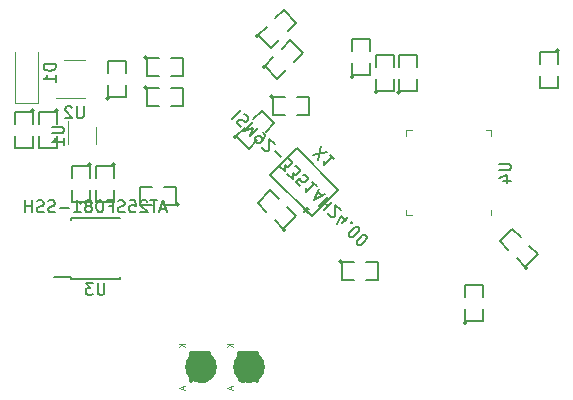
<source format=gbr>
%TF.GenerationSoftware,KiCad,Pcbnew,6.0.10+dfsg-1~bpo11+1*%
%TF.CreationDate,2023-02-19T21:59:10+00:00*%
%TF.ProjectId,PROGLOG01,50524f47-4c4f-4473-9031-2e6b69636164,REV*%
%TF.SameCoordinates,Original*%
%TF.FileFunction,Legend,Bot*%
%TF.FilePolarity,Positive*%
%FSLAX46Y46*%
G04 Gerber Fmt 4.6, Leading zero omitted, Abs format (unit mm)*
G04 Created by KiCad (PCBNEW 6.0.10+dfsg-1~bpo11+1) date 2023-02-19 21:59:10*
%MOMM*%
%LPD*%
G01*
G04 APERTURE LIST*
%ADD10C,0.150000*%
%ADD11C,0.304800*%
%ADD12C,0.099060*%
%ADD13C,0.120000*%
%ADD14C,2.700000*%
G04 APERTURE END LIST*
D10*
%TO.C,U4*%
X205364180Y-120992995D02*
X206173704Y-120992995D01*
X206268942Y-121040614D01*
X206316561Y-121088233D01*
X206364180Y-121183471D01*
X206364180Y-121373947D01*
X206316561Y-121469185D01*
X206268942Y-121516804D01*
X206173704Y-121564423D01*
X205364180Y-121564423D01*
X205697514Y-122469185D02*
X206364180Y-122469185D01*
X205316561Y-122231090D02*
X206030847Y-121992995D01*
X206030847Y-122612042D01*
%TO.C,U1*%
X167505380Y-117856095D02*
X168314904Y-117856095D01*
X168410142Y-117903714D01*
X168457761Y-117951333D01*
X168505380Y-118046571D01*
X168505380Y-118237047D01*
X168457761Y-118332285D01*
X168410142Y-118379904D01*
X168314904Y-118427523D01*
X167505380Y-118427523D01*
X168505380Y-119427523D02*
X168505380Y-118856095D01*
X168505380Y-119141809D02*
X167505380Y-119141809D01*
X167648238Y-119046571D01*
X167743476Y-118951333D01*
X167791095Y-118856095D01*
%TO.C,U2*%
X170179904Y-116144380D02*
X170179904Y-116953904D01*
X170132285Y-117049142D01*
X170084666Y-117096761D01*
X169989428Y-117144380D01*
X169798952Y-117144380D01*
X169703714Y-117096761D01*
X169656095Y-117049142D01*
X169608476Y-116953904D01*
X169608476Y-116144380D01*
X169179904Y-116239619D02*
X169132285Y-116192000D01*
X169037047Y-116144380D01*
X168798952Y-116144380D01*
X168703714Y-116192000D01*
X168656095Y-116239619D01*
X168608476Y-116334857D01*
X168608476Y-116430095D01*
X168656095Y-116572952D01*
X169227523Y-117144380D01*
X168608476Y-117144380D01*
%TO.C,X1*%
X189595604Y-120232504D02*
X190774115Y-119996802D01*
X190067008Y-120703908D02*
X190302710Y-119525397D01*
X191413878Y-120636565D02*
X191009817Y-120232504D01*
X191211848Y-120434534D02*
X190504741Y-121141641D01*
X190538413Y-120973282D01*
X190538413Y-120838595D01*
X190504741Y-120737580D01*
X183494033Y-116488428D02*
X182786926Y-117195534D01*
X183763407Y-116825145D02*
X183898094Y-116892489D01*
X184066453Y-117060847D01*
X184100124Y-117161863D01*
X184100124Y-117229206D01*
X184066453Y-117330221D01*
X183999109Y-117397565D01*
X183898094Y-117431237D01*
X183830750Y-117431237D01*
X183729735Y-117397565D01*
X183561376Y-117296550D01*
X183460361Y-117262878D01*
X183393018Y-117262878D01*
X183292002Y-117296550D01*
X183224659Y-117363893D01*
X183190987Y-117464908D01*
X183190987Y-117532252D01*
X183224659Y-117633267D01*
X183393018Y-117801626D01*
X183527705Y-117868969D01*
X184504185Y-117498580D02*
X183797079Y-118205687D01*
X184537857Y-117936313D01*
X184268483Y-118677091D01*
X184975590Y-117969985D01*
X185345979Y-118340374D02*
X185480666Y-118475061D01*
X185514338Y-118576076D01*
X185514338Y-118643420D01*
X185480666Y-118811778D01*
X185379651Y-118980137D01*
X185110277Y-119249511D01*
X185009262Y-119283183D01*
X184941918Y-119283183D01*
X184840903Y-119249511D01*
X184706216Y-119114824D01*
X184672544Y-119013809D01*
X184672544Y-118946465D01*
X184706216Y-118845450D01*
X184874575Y-118677091D01*
X184975590Y-118643420D01*
X185042933Y-118643420D01*
X185143949Y-118677091D01*
X185278636Y-118811778D01*
X185312307Y-118912794D01*
X185312307Y-118980137D01*
X185278636Y-119081152D01*
X185312307Y-119586229D02*
X185312307Y-119653572D01*
X185345979Y-119754588D01*
X185514338Y-119922946D01*
X185615353Y-119956618D01*
X185682697Y-119956618D01*
X185783712Y-119922946D01*
X185851056Y-119855603D01*
X185918399Y-119720916D01*
X185918399Y-118912794D01*
X186356132Y-119350526D01*
X186389804Y-119922946D02*
X186928552Y-120461694D01*
X186760193Y-121168801D02*
X187197926Y-121606534D01*
X187231597Y-121101458D01*
X187332613Y-121202473D01*
X187433628Y-121236145D01*
X187500971Y-121236145D01*
X187601987Y-121202473D01*
X187770345Y-121034114D01*
X187804017Y-120933099D01*
X187804017Y-120865755D01*
X187770345Y-120764740D01*
X187568315Y-120562710D01*
X187467300Y-120529038D01*
X187399956Y-120529038D01*
X187433628Y-121842236D02*
X187871361Y-122279969D01*
X187905032Y-121774893D01*
X188006048Y-121875908D01*
X188107063Y-121909580D01*
X188174406Y-121909580D01*
X188275422Y-121875908D01*
X188443780Y-121707549D01*
X188477452Y-121606534D01*
X188477452Y-121539190D01*
X188443780Y-121438175D01*
X188241750Y-121236145D01*
X188140735Y-121202473D01*
X188073391Y-121202473D01*
X188511124Y-122919732D02*
X188174406Y-122583015D01*
X188477452Y-122212625D01*
X188477452Y-122279969D01*
X188511124Y-122380984D01*
X188679483Y-122549343D01*
X188780498Y-122583015D01*
X188847841Y-122583015D01*
X188948857Y-122549343D01*
X189117215Y-122380984D01*
X189150887Y-122279969D01*
X189150887Y-122212625D01*
X189117215Y-122111610D01*
X188948857Y-121943251D01*
X188847841Y-121909580D01*
X188780498Y-121909580D01*
X189925337Y-122919732D02*
X189521276Y-122515671D01*
X189723307Y-122717702D02*
X189016200Y-123424808D01*
X189049872Y-123256450D01*
X189049872Y-123121763D01*
X189016200Y-123020747D01*
X189992681Y-123391137D02*
X190329398Y-123727854D01*
X190127368Y-123121763D02*
X189655963Y-124064572D01*
X190598772Y-123593167D01*
X190834475Y-123828869D02*
X190127368Y-124535976D01*
X190464085Y-124199259D02*
X190868146Y-124603320D01*
X191238536Y-124232930D02*
X190531429Y-124940037D01*
X190901818Y-125175740D02*
X190901818Y-125243083D01*
X190935490Y-125344098D01*
X191103849Y-125512457D01*
X191204864Y-125546129D01*
X191272207Y-125546129D01*
X191373223Y-125512457D01*
X191440566Y-125445114D01*
X191507910Y-125310427D01*
X191507910Y-124502304D01*
X191945643Y-124940037D01*
X192080330Y-126017533D02*
X192551734Y-125546129D01*
X191642597Y-126118549D02*
X191979314Y-125445114D01*
X192417047Y-125882846D01*
X192854780Y-125983862D02*
X192922123Y-125983862D01*
X192922123Y-125916518D01*
X192854780Y-125916518D01*
X192854780Y-125983862D01*
X192922123Y-125916518D01*
X192686421Y-127095029D02*
X192753765Y-127162373D01*
X192854780Y-127196045D01*
X192922123Y-127196045D01*
X193023139Y-127162373D01*
X193191497Y-127061358D01*
X193359856Y-126892999D01*
X193460871Y-126724640D01*
X193494543Y-126623625D01*
X193494543Y-126556281D01*
X193460871Y-126455266D01*
X193393528Y-126387923D01*
X193292513Y-126354251D01*
X193225169Y-126354251D01*
X193124154Y-126387923D01*
X192955795Y-126488938D01*
X192787436Y-126657297D01*
X192686421Y-126825655D01*
X192652749Y-126926671D01*
X192652749Y-126994014D01*
X192686421Y-127095029D01*
X193359856Y-127768464D02*
X193427200Y-127835808D01*
X193528215Y-127869480D01*
X193595558Y-127869480D01*
X193696574Y-127835808D01*
X193864932Y-127734793D01*
X194033291Y-127566434D01*
X194134306Y-127398075D01*
X194167978Y-127297060D01*
X194167978Y-127229716D01*
X194134306Y-127128701D01*
X194066963Y-127061358D01*
X193965948Y-127027686D01*
X193898604Y-127027686D01*
X193797589Y-127061358D01*
X193629230Y-127162373D01*
X193460871Y-127330732D01*
X193359856Y-127499090D01*
X193326184Y-127600106D01*
X193326184Y-127667449D01*
X193359856Y-127768464D01*
X188883846Y-125070546D02*
X189052205Y-124902187D01*
X188816503Y-124801172D02*
X189052205Y-124902187D01*
X189153220Y-125137889D01*
X189085877Y-124666485D02*
X189052205Y-124902187D01*
X189287907Y-124868515D01*
D11*
%TO.C,D3*%
X180775428Y-137051142D02*
X179251428Y-137051142D01*
X179251428Y-137414000D01*
X179324000Y-137631714D01*
X179469142Y-137776857D01*
X179614285Y-137849428D01*
X179904571Y-137922000D01*
X180122285Y-137922000D01*
X180412571Y-137849428D01*
X180557714Y-137776857D01*
X180702857Y-137631714D01*
X180775428Y-137414000D01*
X180775428Y-137051142D01*
X179251428Y-138430000D02*
X179251428Y-139373428D01*
X179832000Y-138865428D01*
X179832000Y-139083142D01*
X179904571Y-139228285D01*
X179977142Y-139300857D01*
X180122285Y-139373428D01*
X180485142Y-139373428D01*
X180630285Y-139300857D01*
X180702857Y-139228285D01*
X180775428Y-139083142D01*
X180775428Y-138647714D01*
X180702857Y-138502571D01*
X180630285Y-138430000D01*
D12*
X178619996Y-139857721D02*
X178619996Y-140095998D01*
X178762962Y-139810066D02*
X178262582Y-139976860D01*
X178762962Y-140143653D01*
X178762962Y-136244088D02*
X178262582Y-136244088D01*
X178762962Y-136530019D02*
X178477030Y-136315570D01*
X178262582Y-136530019D02*
X178548513Y-136244088D01*
D11*
%TO.C,D2*%
X184839428Y-137051142D02*
X183315428Y-137051142D01*
X183315428Y-137414000D01*
X183388000Y-137631714D01*
X183533142Y-137776857D01*
X183678285Y-137849428D01*
X183968571Y-137922000D01*
X184186285Y-137922000D01*
X184476571Y-137849428D01*
X184621714Y-137776857D01*
X184766857Y-137631714D01*
X184839428Y-137414000D01*
X184839428Y-137051142D01*
X183460571Y-138502571D02*
X183388000Y-138575142D01*
X183315428Y-138720285D01*
X183315428Y-139083142D01*
X183388000Y-139228285D01*
X183460571Y-139300857D01*
X183605714Y-139373428D01*
X183750857Y-139373428D01*
X183968571Y-139300857D01*
X184839428Y-138430000D01*
X184839428Y-139373428D01*
D12*
X182683996Y-139857721D02*
X182683996Y-140095998D01*
X182826962Y-139810066D02*
X182326582Y-139976860D01*
X182826962Y-140143653D01*
X182826962Y-136244088D02*
X182326582Y-136244088D01*
X182826962Y-136530019D02*
X182541030Y-136315570D01*
X182326582Y-136530019D02*
X182612513Y-136244088D01*
D10*
%TO.C,D1*%
X167806380Y-112573904D02*
X166806380Y-112573904D01*
X166806380Y-112812000D01*
X166854000Y-112954857D01*
X166949238Y-113050095D01*
X167044476Y-113097714D01*
X167234952Y-113145333D01*
X167377809Y-113145333D01*
X167568285Y-113097714D01*
X167663523Y-113050095D01*
X167758761Y-112954857D01*
X167806380Y-112812000D01*
X167806380Y-112573904D01*
X167806380Y-114097714D02*
X167806380Y-113526285D01*
X167806380Y-113812000D02*
X166806380Y-113812000D01*
X166949238Y-113716761D01*
X167044476Y-113621523D01*
X167092095Y-113526285D01*
%TO.C,U3*%
X171942664Y-131108080D02*
X171942664Y-131917604D01*
X171895045Y-132012842D01*
X171847426Y-132060461D01*
X171752188Y-132108080D01*
X171561712Y-132108080D01*
X171466474Y-132060461D01*
X171418855Y-132012842D01*
X171371236Y-131917604D01*
X171371236Y-131108080D01*
X170990283Y-131108080D02*
X170371236Y-131108080D01*
X170704569Y-131489033D01*
X170561712Y-131489033D01*
X170466474Y-131536652D01*
X170418855Y-131584271D01*
X170371236Y-131679509D01*
X170371236Y-131917604D01*
X170418855Y-132012842D01*
X170466474Y-132060461D01*
X170561712Y-132108080D01*
X170847426Y-132108080D01*
X170942664Y-132060461D01*
X170990283Y-132012842D01*
X177180760Y-124822366D02*
X176704569Y-124822366D01*
X177275998Y-125108080D02*
X176942664Y-124108080D01*
X176609331Y-125108080D01*
X176418855Y-124108080D02*
X175847426Y-124108080D01*
X176133140Y-125108080D02*
X176133140Y-124108080D01*
X175561712Y-124203319D02*
X175514093Y-124155700D01*
X175418855Y-124108080D01*
X175180760Y-124108080D01*
X175085521Y-124155700D01*
X175037902Y-124203319D01*
X174990283Y-124298557D01*
X174990283Y-124393795D01*
X175037902Y-124536652D01*
X175609331Y-125108080D01*
X174990283Y-125108080D01*
X174085521Y-124108080D02*
X174561712Y-124108080D01*
X174609331Y-124584271D01*
X174561712Y-124536652D01*
X174466474Y-124489033D01*
X174228379Y-124489033D01*
X174133140Y-124536652D01*
X174085521Y-124584271D01*
X174037902Y-124679509D01*
X174037902Y-124917604D01*
X174085521Y-125012842D01*
X174133140Y-125060461D01*
X174228379Y-125108080D01*
X174466474Y-125108080D01*
X174561712Y-125060461D01*
X174609331Y-125012842D01*
X173656950Y-125060461D02*
X173514093Y-125108080D01*
X173275998Y-125108080D01*
X173180760Y-125060461D01*
X173133140Y-125012842D01*
X173085521Y-124917604D01*
X173085521Y-124822366D01*
X173133140Y-124727128D01*
X173180760Y-124679509D01*
X173275998Y-124631890D01*
X173466474Y-124584271D01*
X173561712Y-124536652D01*
X173609331Y-124489033D01*
X173656950Y-124393795D01*
X173656950Y-124298557D01*
X173609331Y-124203319D01*
X173561712Y-124155700D01*
X173466474Y-124108080D01*
X173228379Y-124108080D01*
X173085521Y-124155700D01*
X172323617Y-124584271D02*
X172656950Y-124584271D01*
X172656950Y-125108080D02*
X172656950Y-124108080D01*
X172180760Y-124108080D01*
X171609331Y-124108080D02*
X171514093Y-124108080D01*
X171418855Y-124155700D01*
X171371236Y-124203319D01*
X171323617Y-124298557D01*
X171275998Y-124489033D01*
X171275998Y-124727128D01*
X171323617Y-124917604D01*
X171371236Y-125012842D01*
X171418855Y-125060461D01*
X171514093Y-125108080D01*
X171609331Y-125108080D01*
X171704569Y-125060461D01*
X171752188Y-125012842D01*
X171799807Y-124917604D01*
X171847426Y-124727128D01*
X171847426Y-124489033D01*
X171799807Y-124298557D01*
X171752188Y-124203319D01*
X171704569Y-124155700D01*
X171609331Y-124108080D01*
X170704569Y-124536652D02*
X170799807Y-124489033D01*
X170847426Y-124441414D01*
X170895045Y-124346176D01*
X170895045Y-124298557D01*
X170847426Y-124203319D01*
X170799807Y-124155700D01*
X170704569Y-124108080D01*
X170514093Y-124108080D01*
X170418855Y-124155700D01*
X170371236Y-124203319D01*
X170323617Y-124298557D01*
X170323617Y-124346176D01*
X170371236Y-124441414D01*
X170418855Y-124489033D01*
X170514093Y-124536652D01*
X170704569Y-124536652D01*
X170799807Y-124584271D01*
X170847426Y-124631890D01*
X170895045Y-124727128D01*
X170895045Y-124917604D01*
X170847426Y-125012842D01*
X170799807Y-125060461D01*
X170704569Y-125108080D01*
X170514093Y-125108080D01*
X170418855Y-125060461D01*
X170371236Y-125012842D01*
X170323617Y-124917604D01*
X170323617Y-124727128D01*
X170371236Y-124631890D01*
X170418855Y-124584271D01*
X170514093Y-124536652D01*
X169371236Y-125108080D02*
X169942664Y-125108080D01*
X169656950Y-125108080D02*
X169656950Y-124108080D01*
X169752188Y-124250938D01*
X169847426Y-124346176D01*
X169942664Y-124393795D01*
X168942664Y-124727128D02*
X168180760Y-124727128D01*
X167752188Y-125060461D02*
X167609331Y-125108080D01*
X167371236Y-125108080D01*
X167275998Y-125060461D01*
X167228379Y-125012842D01*
X167180760Y-124917604D01*
X167180760Y-124822366D01*
X167228379Y-124727128D01*
X167275998Y-124679509D01*
X167371236Y-124631890D01*
X167561712Y-124584271D01*
X167656950Y-124536652D01*
X167704569Y-124489033D01*
X167752188Y-124393795D01*
X167752188Y-124298557D01*
X167704569Y-124203319D01*
X167656950Y-124155700D01*
X167561712Y-124108080D01*
X167323617Y-124108080D01*
X167180760Y-124155700D01*
X166799807Y-125060461D02*
X166656950Y-125108080D01*
X166418855Y-125108080D01*
X166323617Y-125060461D01*
X166275998Y-125012842D01*
X166228379Y-124917604D01*
X166228379Y-124822366D01*
X166275998Y-124727128D01*
X166323617Y-124679509D01*
X166418855Y-124631890D01*
X166609331Y-124584271D01*
X166704569Y-124536652D01*
X166752188Y-124489033D01*
X166799807Y-124393795D01*
X166799807Y-124298557D01*
X166752188Y-124203319D01*
X166704569Y-124155700D01*
X166609331Y-124108080D01*
X166371236Y-124108080D01*
X166228379Y-124155700D01*
X165799807Y-125108080D02*
X165799807Y-124108080D01*
X165799807Y-124584271D02*
X165228379Y-124584271D01*
X165228379Y-125108080D02*
X165228379Y-124108080D01*
D13*
%TO.C,U4*%
X204701800Y-124889900D02*
X204701800Y-125364900D01*
X204701800Y-118144900D02*
X204226800Y-118144900D01*
X197481800Y-118619900D02*
X197481800Y-118144900D01*
X197481800Y-118144900D02*
X197956800Y-118144900D01*
X197481800Y-124889900D02*
X197481800Y-125364900D01*
X197481800Y-125364900D02*
X197956800Y-125364900D01*
X204701800Y-118619900D02*
X204701800Y-118144900D01*
D10*
%TO.C,C3*%
X165862000Y-119634000D02*
X165862000Y-118618000D01*
X165862000Y-117602000D02*
X165862000Y-116586000D01*
X164338000Y-118618000D02*
X164338000Y-119634000D01*
X165862000Y-116586000D02*
X164338000Y-116586000D01*
X164338000Y-116586000D02*
X164338000Y-117602000D01*
X164338000Y-119634000D02*
X165862000Y-119634000D01*
X165989000Y-116459000D02*
G75*
G03*
X165989000Y-116459000I-127000J0D01*
G01*
D13*
%TO.C,U1*%
X168893000Y-119318000D02*
X168893000Y-117418000D01*
X171213000Y-117918000D02*
X171213000Y-119318000D01*
%TO.C,U2*%
X170318000Y-115402000D02*
X167868000Y-115402000D01*
X168518000Y-112182000D02*
X170318000Y-112182000D01*
D10*
%TO.C,C4*%
X173736000Y-112331500D02*
X172212000Y-112331500D01*
X173736000Y-115379500D02*
X173736000Y-114363500D01*
X172212000Y-112331500D02*
X172212000Y-113347500D01*
X172212000Y-114363500D02*
X172212000Y-115379500D01*
X172212000Y-115379500D02*
X173736000Y-115379500D01*
X173736000Y-113347500D02*
X173736000Y-112331500D01*
X172339000Y-115506500D02*
G75*
G03*
X172339000Y-115506500I-127000J0D01*
G01*
%TO.C,R3*%
X178625500Y-113538000D02*
X178625500Y-112014000D01*
X177609500Y-113538000D02*
X178625500Y-113538000D01*
X175577500Y-112014000D02*
X175577500Y-113538000D01*
X176593500Y-112014000D02*
X175577500Y-112014000D01*
X175577500Y-113538000D02*
X176593500Y-113538000D01*
X178625500Y-112014000D02*
X177609500Y-112014000D01*
X175577500Y-112014000D02*
G75*
G03*
X175577500Y-112014000I-127000J0D01*
G01*
%TO.C,R2*%
X175577500Y-114554000D02*
X175577500Y-116078000D01*
X175577500Y-116078000D02*
X176593500Y-116078000D01*
X176593500Y-114554000D02*
X175577500Y-114554000D01*
X177609500Y-116078000D02*
X178625500Y-116078000D01*
X178625500Y-116078000D02*
X178625500Y-114554000D01*
X178625500Y-114554000D02*
X177609500Y-114554000D01*
X175577500Y-114554000D02*
G75*
G03*
X175577500Y-114554000I-127000J0D01*
G01*
%TO.C,R8*%
X185677255Y-109409114D02*
X184958835Y-110127534D01*
X187114096Y-107972273D02*
X186395676Y-108690693D01*
X186036466Y-111205165D02*
X186754886Y-110486745D01*
X188191727Y-109049904D02*
X187114096Y-107972273D01*
X184958835Y-110127534D02*
X186036466Y-111205165D01*
X187473307Y-109768324D02*
X188191727Y-109049904D01*
X184996032Y-110217337D02*
G75*
G03*
X184996032Y-110217337I-127000J0D01*
G01*
%TO.C,R10*%
X208788000Y-114554000D02*
X210312000Y-114554000D01*
X208788000Y-111506000D02*
X208788000Y-112522000D01*
X210312000Y-111506000D02*
X208788000Y-111506000D01*
X210312000Y-114554000D02*
X210312000Y-113538000D01*
X208788000Y-113538000D02*
X208788000Y-114554000D01*
X210312000Y-112522000D02*
X210312000Y-111506000D01*
X210439000Y-111379000D02*
G75*
G03*
X210439000Y-111379000I-127000J0D01*
G01*
%TO.C,R9*%
X192087500Y-129286000D02*
X192087500Y-130810000D01*
X195135500Y-130810000D02*
X195135500Y-129286000D01*
X195135500Y-129286000D02*
X194119500Y-129286000D01*
X192087500Y-130810000D02*
X193103500Y-130810000D01*
X193103500Y-129286000D02*
X192087500Y-129286000D01*
X194119500Y-130810000D02*
X195135500Y-130810000D01*
X192087500Y-129286000D02*
G75*
G03*
X192087500Y-129286000I-127000J0D01*
G01*
%TO.C,R5*%
X170688000Y-122237500D02*
X170688000Y-121221500D01*
X169164000Y-123253500D02*
X169164000Y-124269500D01*
X169164000Y-121221500D02*
X169164000Y-122237500D01*
X170688000Y-124269500D02*
X170688000Y-123253500D01*
X170688000Y-121221500D02*
X169164000Y-121221500D01*
X169164000Y-124269500D02*
X170688000Y-124269500D01*
X170815000Y-121094500D02*
G75*
G03*
X170815000Y-121094500I-127000J0D01*
G01*
%TO.C,X1*%
X191748138Y-123191396D02*
X188212604Y-119655862D01*
X188212604Y-119655862D02*
X185949862Y-121918604D01*
X185949862Y-121918604D02*
X189485396Y-125454138D01*
X189485396Y-125454138D02*
X191748138Y-123191396D01*
%TO.C,C1*%
X202438000Y-133337300D02*
X202438000Y-134353300D01*
X203962000Y-132321300D02*
X203962000Y-131305300D01*
X202438000Y-131305300D02*
X202438000Y-132321300D01*
X203962000Y-131305300D02*
X202438000Y-131305300D01*
X203962000Y-134353300D02*
X203962000Y-133337300D01*
X202438000Y-134353300D02*
X203962000Y-134353300D01*
X202565000Y-134480300D02*
G75*
G03*
X202565000Y-134480300I-127000J0D01*
G01*
%TO.C,C2*%
X167894000Y-116649500D02*
X166370000Y-116649500D01*
X166370000Y-119697500D02*
X167894000Y-119697500D01*
X166370000Y-118681500D02*
X166370000Y-119697500D01*
X167894000Y-119697500D02*
X167894000Y-118681500D01*
X166370000Y-116649500D02*
X166370000Y-117665500D01*
X167894000Y-117665500D02*
X167894000Y-116649500D01*
X168021000Y-116522500D02*
G75*
G03*
X168021000Y-116522500I-127000J0D01*
G01*
%TO.C,R7*%
X185517635Y-112718334D02*
X186595266Y-113795965D01*
X187672896Y-110563073D02*
X186954476Y-111281493D01*
X188750527Y-111640704D02*
X187672896Y-110563073D01*
X186236055Y-111999914D02*
X185517635Y-112718334D01*
X188032107Y-112359124D02*
X188750527Y-111640704D01*
X186595266Y-113795965D02*
X187313686Y-113077545D01*
X185554832Y-112808137D02*
G75*
G03*
X185554832Y-112808137I-127000J0D01*
G01*
%TO.C,R6*%
X172720000Y-124269500D02*
X172720000Y-123253500D01*
X171196000Y-123253500D02*
X171196000Y-124269500D01*
X171196000Y-124269500D02*
X172720000Y-124269500D01*
X171196000Y-121221500D02*
X171196000Y-122237500D01*
X172720000Y-122237500D02*
X172720000Y-121221500D01*
X172720000Y-121221500D02*
X171196000Y-121221500D01*
X172847000Y-121094500D02*
G75*
G03*
X172847000Y-121094500I-127000J0D01*
G01*
D13*
%TO.C,D1*%
X166354000Y-115862000D02*
X164354000Y-115862000D01*
X166354000Y-111562000D02*
X166354000Y-115862000D01*
X164354000Y-115862000D02*
X164354000Y-111562000D01*
D10*
%TO.C,C6*%
X196469000Y-112776000D02*
X196469000Y-111760000D01*
X196469000Y-111760000D02*
X194945000Y-111760000D01*
X194945000Y-113792000D02*
X194945000Y-114808000D01*
X194945000Y-111760000D02*
X194945000Y-112776000D01*
X196469000Y-114808000D02*
X196469000Y-113792000D01*
X194945000Y-114808000D02*
X196469000Y-114808000D01*
X195072000Y-114935000D02*
G75*
G03*
X195072000Y-114935000I-127000J0D01*
G01*
%TO.C,C5*%
X192913000Y-112509300D02*
X192913000Y-113525300D01*
X192913000Y-113525300D02*
X194437000Y-113525300D01*
X194437000Y-111493300D02*
X194437000Y-110477300D01*
X194437000Y-110477300D02*
X192913000Y-110477300D01*
X192913000Y-110477300D02*
X192913000Y-111493300D01*
X194437000Y-113525300D02*
X194437000Y-112509300D01*
X193040000Y-113652300D02*
G75*
G03*
X193040000Y-113652300I-127000J0D01*
G01*
%TO.C,C9*%
X186325246Y-117571185D02*
X185247615Y-116493554D01*
X184169985Y-119726446D02*
X184888405Y-119008026D01*
X183092354Y-118648815D02*
X184169985Y-119726446D01*
X185247615Y-116493554D02*
X184529195Y-117211974D01*
X185606826Y-118289605D02*
X186325246Y-117571185D01*
X183810774Y-117930395D02*
X183092354Y-118648815D01*
X183129551Y-118738618D02*
G75*
G03*
X183129551Y-118738618I-127000J0D01*
G01*
%TO.C,U3*%
X169105760Y-130730700D02*
X173255760Y-130730700D01*
X169105760Y-125580700D02*
X169105760Y-125725700D01*
X169105760Y-130730700D02*
X169105760Y-130585700D01*
X169105760Y-130585700D02*
X167705760Y-130585700D01*
X169105760Y-125580700D02*
X173255760Y-125580700D01*
X173255760Y-130730700D02*
X173255760Y-130585700D01*
%TO.C,R1*%
X177990500Y-122936000D02*
X176974500Y-122936000D01*
X177990500Y-124460000D02*
X177990500Y-122936000D01*
X176974500Y-124460000D02*
X177990500Y-124460000D01*
X174942500Y-124460000D02*
X175958500Y-124460000D01*
X174942500Y-122936000D02*
X174942500Y-124460000D01*
X175958500Y-122936000D02*
X174942500Y-122936000D01*
X178244500Y-124460000D02*
G75*
G03*
X178244500Y-124460000I-127000J0D01*
G01*
%TO.C,C10*%
X206842676Y-129002507D02*
X207561096Y-129720927D01*
X207201886Y-127206455D02*
X206483466Y-126488035D01*
X206483466Y-126488035D02*
X205405835Y-127565666D01*
X207561096Y-129720927D02*
X208638727Y-128643296D01*
X205405835Y-127565666D02*
X206124255Y-128284086D01*
X208638727Y-128643296D02*
X207920307Y-127924876D01*
X207777899Y-129810730D02*
G75*
G03*
X207777899Y-129810730I-127000J0D01*
G01*
%TO.C,C7*%
X188154465Y-125418334D02*
X187436045Y-124699914D01*
X185999204Y-123263073D02*
X184921573Y-124340704D01*
X187076834Y-126495965D02*
X188154465Y-125418334D01*
X186358414Y-125777545D02*
X187076834Y-126495965D01*
X184921573Y-124340704D02*
X185639993Y-125059124D01*
X186717624Y-123981493D02*
X185999204Y-123263073D01*
X187293637Y-126585768D02*
G75*
G03*
X187293637Y-126585768I-127000J0D01*
G01*
%TO.C,C8*%
X186220100Y-116840000D02*
X187236100Y-116840000D01*
X188252100Y-116840000D02*
X189268100Y-116840000D01*
X187236100Y-115316000D02*
X186220100Y-115316000D01*
X189268100Y-115316000D02*
X188252100Y-115316000D01*
X186220100Y-115316000D02*
X186220100Y-116840000D01*
X189268100Y-116840000D02*
X189268100Y-115316000D01*
X186220100Y-115316000D02*
G75*
G03*
X186220100Y-115316000I-127000J0D01*
G01*
%TO.C,R4*%
X196850000Y-113792000D02*
X196850000Y-114808000D01*
X198374000Y-114808000D02*
X198374000Y-113792000D01*
X198374000Y-112776000D02*
X198374000Y-111760000D01*
X196850000Y-111760000D02*
X196850000Y-112776000D01*
X198374000Y-111760000D02*
X196850000Y-111760000D01*
X196850000Y-114808000D02*
X198374000Y-114808000D01*
X196977000Y-114935000D02*
G75*
G03*
X196977000Y-114935000I-127000J0D01*
G01*
%TD*%
D14*
%TO.C,D3*%
X180086000Y-138176000D03*
%TD*%
%TO.C,D2*%
X184150000Y-138176000D03*
%TD*%
M02*

</source>
